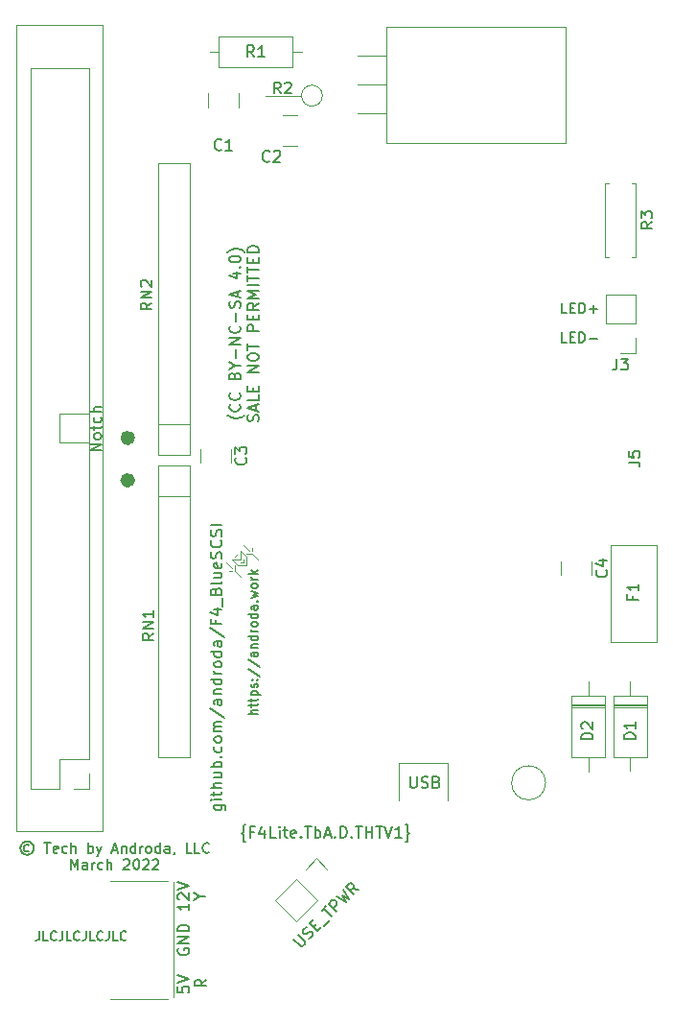
<source format=gbr>
%TF.GenerationSoftware,KiCad,Pcbnew,(6.0.2)*%
%TF.CreationDate,2022-04-05T14:05:12-06:00*%
%TF.ProjectId,F4Lite_THTV1,46344c69-7465-45f5-9448-5456312e6b69,rev?*%
%TF.SameCoordinates,Original*%
%TF.FileFunction,Legend,Top*%
%TF.FilePolarity,Positive*%
%FSLAX46Y46*%
G04 Gerber Fmt 4.6, Leading zero omitted, Abs format (unit mm)*
G04 Created by KiCad (PCBNEW (6.0.2)) date 2022-04-05 14:05:12*
%MOMM*%
%LPD*%
G01*
G04 APERTURE LIST*
%ADD10C,0.650000*%
%ADD11C,0.150000*%
%ADD12C,0.120000*%
G04 APERTURE END LIST*
D10*
X115237260Y-101749860D02*
G75*
G03*
X115237260Y-101749860I-317500J0D01*
G01*
X115237260Y-105496360D02*
G75*
G03*
X115237260Y-105496360I-317500J0D01*
G01*
D11*
X153692525Y-93353362D02*
X153263954Y-93353362D01*
X153263954Y-92453362D01*
X153992525Y-92881934D02*
X154292525Y-92881934D01*
X154421097Y-93353362D02*
X153992525Y-93353362D01*
X153992525Y-92453362D01*
X154421097Y-92453362D01*
X154806811Y-93353362D02*
X154806811Y-92453362D01*
X155021097Y-92453362D01*
X155149668Y-92496220D01*
X155235382Y-92581934D01*
X155278240Y-92667648D01*
X155321097Y-92839077D01*
X155321097Y-92967648D01*
X155278240Y-93139077D01*
X155235382Y-93224791D01*
X155149668Y-93310505D01*
X155021097Y-93353362D01*
X154806811Y-93353362D01*
X155706811Y-93010505D02*
X156392525Y-93010505D01*
X106205714Y-137686928D02*
X106119999Y-137644071D01*
X105948571Y-137644071D01*
X105862857Y-137686928D01*
X105777142Y-137772642D01*
X105734285Y-137858357D01*
X105734285Y-138029785D01*
X105777142Y-138115500D01*
X105862857Y-138201214D01*
X105948571Y-138244071D01*
X106119999Y-138244071D01*
X106205714Y-138201214D01*
X106034285Y-137344071D02*
X105819999Y-137386928D01*
X105605714Y-137515500D01*
X105477142Y-137729785D01*
X105434285Y-137944071D01*
X105477142Y-138158357D01*
X105605714Y-138372642D01*
X105819999Y-138501214D01*
X106034285Y-138544071D01*
X106248571Y-138501214D01*
X106462857Y-138372642D01*
X106591428Y-138158357D01*
X106634285Y-137944071D01*
X106591428Y-137729785D01*
X106462857Y-137515500D01*
X106248571Y-137386928D01*
X106034285Y-137344071D01*
X107577142Y-137472642D02*
X108091428Y-137472642D01*
X107834285Y-138372642D02*
X107834285Y-137472642D01*
X108734285Y-138329785D02*
X108648571Y-138372642D01*
X108477142Y-138372642D01*
X108391428Y-138329785D01*
X108348571Y-138244071D01*
X108348571Y-137901214D01*
X108391428Y-137815500D01*
X108477142Y-137772642D01*
X108648571Y-137772642D01*
X108734285Y-137815500D01*
X108777142Y-137901214D01*
X108777142Y-137986928D01*
X108348571Y-138072642D01*
X109548571Y-138329785D02*
X109462857Y-138372642D01*
X109291428Y-138372642D01*
X109205714Y-138329785D01*
X109162857Y-138286928D01*
X109119999Y-138201214D01*
X109119999Y-137944071D01*
X109162857Y-137858357D01*
X109205714Y-137815500D01*
X109291428Y-137772642D01*
X109462857Y-137772642D01*
X109548571Y-137815500D01*
X109934285Y-138372642D02*
X109934285Y-137472642D01*
X110319999Y-138372642D02*
X110319999Y-137901214D01*
X110277142Y-137815500D01*
X110191428Y-137772642D01*
X110062857Y-137772642D01*
X109977142Y-137815500D01*
X109934285Y-137858357D01*
X111434285Y-138372642D02*
X111434285Y-137472642D01*
X111434285Y-137815500D02*
X111519999Y-137772642D01*
X111691428Y-137772642D01*
X111777142Y-137815500D01*
X111819999Y-137858357D01*
X111862857Y-137944071D01*
X111862857Y-138201214D01*
X111819999Y-138286928D01*
X111777142Y-138329785D01*
X111691428Y-138372642D01*
X111519999Y-138372642D01*
X111434285Y-138329785D01*
X112162857Y-137772642D02*
X112377142Y-138372642D01*
X112591428Y-137772642D02*
X112377142Y-138372642D01*
X112291428Y-138586928D01*
X112248571Y-138629785D01*
X112162857Y-138672642D01*
X113577142Y-138115500D02*
X114005714Y-138115500D01*
X113491428Y-138372642D02*
X113791428Y-137472642D01*
X114091428Y-138372642D01*
X114391428Y-137772642D02*
X114391428Y-138372642D01*
X114391428Y-137858357D02*
X114434285Y-137815500D01*
X114519999Y-137772642D01*
X114648571Y-137772642D01*
X114734285Y-137815500D01*
X114777142Y-137901214D01*
X114777142Y-138372642D01*
X115591428Y-138372642D02*
X115591428Y-137472642D01*
X115591428Y-138329785D02*
X115505714Y-138372642D01*
X115334285Y-138372642D01*
X115248571Y-138329785D01*
X115205714Y-138286928D01*
X115162857Y-138201214D01*
X115162857Y-137944071D01*
X115205714Y-137858357D01*
X115248571Y-137815500D01*
X115334285Y-137772642D01*
X115505714Y-137772642D01*
X115591428Y-137815500D01*
X116019999Y-138372642D02*
X116019999Y-137772642D01*
X116019999Y-137944071D02*
X116062857Y-137858357D01*
X116105714Y-137815500D01*
X116191428Y-137772642D01*
X116277142Y-137772642D01*
X116705714Y-138372642D02*
X116619999Y-138329785D01*
X116577142Y-138286928D01*
X116534285Y-138201214D01*
X116534285Y-137944071D01*
X116577142Y-137858357D01*
X116619999Y-137815500D01*
X116705714Y-137772642D01*
X116834285Y-137772642D01*
X116919999Y-137815500D01*
X116962857Y-137858357D01*
X117005714Y-137944071D01*
X117005714Y-138201214D01*
X116962857Y-138286928D01*
X116919999Y-138329785D01*
X116834285Y-138372642D01*
X116705714Y-138372642D01*
X117777142Y-138372642D02*
X117777142Y-137472642D01*
X117777142Y-138329785D02*
X117691428Y-138372642D01*
X117519999Y-138372642D01*
X117434285Y-138329785D01*
X117391428Y-138286928D01*
X117348571Y-138201214D01*
X117348571Y-137944071D01*
X117391428Y-137858357D01*
X117434285Y-137815500D01*
X117519999Y-137772642D01*
X117691428Y-137772642D01*
X117777142Y-137815500D01*
X118591428Y-138372642D02*
X118591428Y-137901214D01*
X118548571Y-137815500D01*
X118462857Y-137772642D01*
X118291428Y-137772642D01*
X118205714Y-137815500D01*
X118591428Y-138329785D02*
X118505714Y-138372642D01*
X118291428Y-138372642D01*
X118205714Y-138329785D01*
X118162857Y-138244071D01*
X118162857Y-138158357D01*
X118205714Y-138072642D01*
X118291428Y-138029785D01*
X118505714Y-138029785D01*
X118591428Y-137986928D01*
X119062857Y-138329785D02*
X119062857Y-138372642D01*
X119019999Y-138458357D01*
X118977142Y-138501214D01*
X120562857Y-138372642D02*
X120134285Y-138372642D01*
X120134285Y-137472642D01*
X121291428Y-138372642D02*
X120862857Y-138372642D01*
X120862857Y-137472642D01*
X122105714Y-138286928D02*
X122062857Y-138329785D01*
X121934285Y-138372642D01*
X121848571Y-138372642D01*
X121720000Y-138329785D01*
X121634285Y-138244071D01*
X121591428Y-138158357D01*
X121548571Y-137986928D01*
X121548571Y-137858357D01*
X121591428Y-137686928D01*
X121634285Y-137601214D01*
X121720000Y-137515500D01*
X121848571Y-137472642D01*
X121934285Y-137472642D01*
X122062857Y-137515500D01*
X122105714Y-137558357D01*
X109934285Y-139821642D02*
X109934285Y-138921642D01*
X110234285Y-139564500D01*
X110534285Y-138921642D01*
X110534285Y-139821642D01*
X111348571Y-139821642D02*
X111348571Y-139350214D01*
X111305714Y-139264500D01*
X111220000Y-139221642D01*
X111048571Y-139221642D01*
X110962857Y-139264500D01*
X111348571Y-139778785D02*
X111262857Y-139821642D01*
X111048571Y-139821642D01*
X110962857Y-139778785D01*
X110920000Y-139693071D01*
X110920000Y-139607357D01*
X110962857Y-139521642D01*
X111048571Y-139478785D01*
X111262857Y-139478785D01*
X111348571Y-139435928D01*
X111777142Y-139821642D02*
X111777142Y-139221642D01*
X111777142Y-139393071D02*
X111820000Y-139307357D01*
X111862857Y-139264500D01*
X111948571Y-139221642D01*
X112034285Y-139221642D01*
X112720000Y-139778785D02*
X112634285Y-139821642D01*
X112462857Y-139821642D01*
X112377142Y-139778785D01*
X112334285Y-139735928D01*
X112291428Y-139650214D01*
X112291428Y-139393071D01*
X112334285Y-139307357D01*
X112377142Y-139264500D01*
X112462857Y-139221642D01*
X112634285Y-139221642D01*
X112720000Y-139264500D01*
X113105714Y-139821642D02*
X113105714Y-138921642D01*
X113491428Y-139821642D02*
X113491428Y-139350214D01*
X113448571Y-139264500D01*
X113362857Y-139221642D01*
X113234285Y-139221642D01*
X113148571Y-139264500D01*
X113105714Y-139307357D01*
X114562857Y-139007357D02*
X114605714Y-138964500D01*
X114691428Y-138921642D01*
X114905714Y-138921642D01*
X114991428Y-138964500D01*
X115034285Y-139007357D01*
X115077142Y-139093071D01*
X115077142Y-139178785D01*
X115034285Y-139307357D01*
X114520000Y-139821642D01*
X115077142Y-139821642D01*
X115634285Y-138921642D02*
X115720000Y-138921642D01*
X115805714Y-138964500D01*
X115848571Y-139007357D01*
X115891428Y-139093071D01*
X115934285Y-139264500D01*
X115934285Y-139478785D01*
X115891428Y-139650214D01*
X115848571Y-139735928D01*
X115805714Y-139778785D01*
X115720000Y-139821642D01*
X115634285Y-139821642D01*
X115548571Y-139778785D01*
X115505714Y-139735928D01*
X115462857Y-139650214D01*
X115420000Y-139478785D01*
X115420000Y-139264500D01*
X115462857Y-139093071D01*
X115505714Y-139007357D01*
X115548571Y-138964500D01*
X115634285Y-138921642D01*
X116277142Y-139007357D02*
X116320000Y-138964500D01*
X116405714Y-138921642D01*
X116620000Y-138921642D01*
X116705714Y-138964500D01*
X116748571Y-139007357D01*
X116791428Y-139093071D01*
X116791428Y-139178785D01*
X116748571Y-139307357D01*
X116234285Y-139821642D01*
X116791428Y-139821642D01*
X117134285Y-139007357D02*
X117177142Y-138964500D01*
X117262857Y-138921642D01*
X117477142Y-138921642D01*
X117562857Y-138964500D01*
X117605714Y-139007357D01*
X117648571Y-139093071D01*
X117648571Y-139178785D01*
X117605714Y-139307357D01*
X117091428Y-139821642D01*
X117648571Y-139821642D01*
X122565714Y-134142857D02*
X123375238Y-134142857D01*
X123470476Y-134190476D01*
X123518095Y-134238095D01*
X123565714Y-134333333D01*
X123565714Y-134476190D01*
X123518095Y-134571428D01*
X123184761Y-134142857D02*
X123232380Y-134238095D01*
X123232380Y-134428571D01*
X123184761Y-134523809D01*
X123137142Y-134571428D01*
X123041904Y-134619047D01*
X122756190Y-134619047D01*
X122660952Y-134571428D01*
X122613333Y-134523809D01*
X122565714Y-134428571D01*
X122565714Y-134238095D01*
X122613333Y-134142857D01*
X123232380Y-133666666D02*
X122565714Y-133666666D01*
X122232380Y-133666666D02*
X122280000Y-133714285D01*
X122327619Y-133666666D01*
X122280000Y-133619047D01*
X122232380Y-133666666D01*
X122327619Y-133666666D01*
X122565714Y-133333333D02*
X122565714Y-132952380D01*
X122232380Y-133190476D02*
X123089523Y-133190476D01*
X123184761Y-133142857D01*
X123232380Y-133047619D01*
X123232380Y-132952380D01*
X123232380Y-132619047D02*
X122232380Y-132619047D01*
X123232380Y-132190476D02*
X122708571Y-132190476D01*
X122613333Y-132238095D01*
X122565714Y-132333333D01*
X122565714Y-132476190D01*
X122613333Y-132571428D01*
X122660952Y-132619047D01*
X122565714Y-131285714D02*
X123232380Y-131285714D01*
X122565714Y-131714285D02*
X123089523Y-131714285D01*
X123184761Y-131666666D01*
X123232380Y-131571428D01*
X123232380Y-131428571D01*
X123184761Y-131333333D01*
X123137142Y-131285714D01*
X123232380Y-130809523D02*
X122232380Y-130809523D01*
X122613333Y-130809523D02*
X122565714Y-130714285D01*
X122565714Y-130523809D01*
X122613333Y-130428571D01*
X122660952Y-130380952D01*
X122756190Y-130333333D01*
X123041904Y-130333333D01*
X123137142Y-130380952D01*
X123184761Y-130428571D01*
X123232380Y-130523809D01*
X123232380Y-130714285D01*
X123184761Y-130809523D01*
X123137142Y-129904761D02*
X123184761Y-129857142D01*
X123232380Y-129904761D01*
X123184761Y-129952380D01*
X123137142Y-129904761D01*
X123232380Y-129904761D01*
X123184761Y-129000000D02*
X123232380Y-129095238D01*
X123232380Y-129285714D01*
X123184761Y-129380952D01*
X123137142Y-129428571D01*
X123041904Y-129476190D01*
X122756190Y-129476190D01*
X122660952Y-129428571D01*
X122613333Y-129380952D01*
X122565714Y-129285714D01*
X122565714Y-129095238D01*
X122613333Y-129000000D01*
X123232380Y-128428571D02*
X123184761Y-128523809D01*
X123137142Y-128571428D01*
X123041904Y-128619047D01*
X122756190Y-128619047D01*
X122660952Y-128571428D01*
X122613333Y-128523809D01*
X122565714Y-128428571D01*
X122565714Y-128285714D01*
X122613333Y-128190476D01*
X122660952Y-128142857D01*
X122756190Y-128095238D01*
X123041904Y-128095238D01*
X123137142Y-128142857D01*
X123184761Y-128190476D01*
X123232380Y-128285714D01*
X123232380Y-128428571D01*
X123232380Y-127666666D02*
X122565714Y-127666666D01*
X122660952Y-127666666D02*
X122613333Y-127619047D01*
X122565714Y-127523809D01*
X122565714Y-127380952D01*
X122613333Y-127285714D01*
X122708571Y-127238095D01*
X123232380Y-127238095D01*
X122708571Y-127238095D02*
X122613333Y-127190476D01*
X122565714Y-127095238D01*
X122565714Y-126952380D01*
X122613333Y-126857142D01*
X122708571Y-126809523D01*
X123232380Y-126809523D01*
X122184761Y-125619047D02*
X123470476Y-126476190D01*
X123232380Y-124857142D02*
X122708571Y-124857142D01*
X122613333Y-124904761D01*
X122565714Y-125000000D01*
X122565714Y-125190476D01*
X122613333Y-125285714D01*
X123184761Y-124857142D02*
X123232380Y-124952380D01*
X123232380Y-125190476D01*
X123184761Y-125285714D01*
X123089523Y-125333333D01*
X122994285Y-125333333D01*
X122899047Y-125285714D01*
X122851428Y-125190476D01*
X122851428Y-124952380D01*
X122803809Y-124857142D01*
X122565714Y-124380952D02*
X123232380Y-124380952D01*
X122660952Y-124380952D02*
X122613333Y-124333333D01*
X122565714Y-124238095D01*
X122565714Y-124095238D01*
X122613333Y-124000000D01*
X122708571Y-123952380D01*
X123232380Y-123952380D01*
X123232380Y-123047619D02*
X122232380Y-123047619D01*
X123184761Y-123047619D02*
X123232380Y-123142857D01*
X123232380Y-123333333D01*
X123184761Y-123428571D01*
X123137142Y-123476190D01*
X123041904Y-123523809D01*
X122756190Y-123523809D01*
X122660952Y-123476190D01*
X122613333Y-123428571D01*
X122565714Y-123333333D01*
X122565714Y-123142857D01*
X122613333Y-123047619D01*
X123232380Y-122571428D02*
X122565714Y-122571428D01*
X122756190Y-122571428D02*
X122660952Y-122523809D01*
X122613333Y-122476190D01*
X122565714Y-122380952D01*
X122565714Y-122285714D01*
X123232380Y-121809523D02*
X123184761Y-121904761D01*
X123137142Y-121952380D01*
X123041904Y-122000000D01*
X122756190Y-122000000D01*
X122660952Y-121952380D01*
X122613333Y-121904761D01*
X122565714Y-121809523D01*
X122565714Y-121666666D01*
X122613333Y-121571428D01*
X122660952Y-121523809D01*
X122756190Y-121476190D01*
X123041904Y-121476190D01*
X123137142Y-121523809D01*
X123184761Y-121571428D01*
X123232380Y-121666666D01*
X123232380Y-121809523D01*
X123232380Y-120619047D02*
X122232380Y-120619047D01*
X123184761Y-120619047D02*
X123232380Y-120714285D01*
X123232380Y-120904761D01*
X123184761Y-121000000D01*
X123137142Y-121047619D01*
X123041904Y-121095238D01*
X122756190Y-121095238D01*
X122660952Y-121047619D01*
X122613333Y-121000000D01*
X122565714Y-120904761D01*
X122565714Y-120714285D01*
X122613333Y-120619047D01*
X123232380Y-119714285D02*
X122708571Y-119714285D01*
X122613333Y-119761904D01*
X122565714Y-119857142D01*
X122565714Y-120047619D01*
X122613333Y-120142857D01*
X123184761Y-119714285D02*
X123232380Y-119809523D01*
X123232380Y-120047619D01*
X123184761Y-120142857D01*
X123089523Y-120190476D01*
X122994285Y-120190476D01*
X122899047Y-120142857D01*
X122851428Y-120047619D01*
X122851428Y-119809523D01*
X122803809Y-119714285D01*
X122184761Y-118523809D02*
X123470476Y-119380952D01*
X122708571Y-117857142D02*
X122708571Y-118190476D01*
X123232380Y-118190476D02*
X122232380Y-118190476D01*
X122232380Y-117714285D01*
X122565714Y-116904761D02*
X123232380Y-116904761D01*
X122184761Y-117142857D02*
X122899047Y-117380952D01*
X122899047Y-116761904D01*
X123327619Y-116619047D02*
X123327619Y-115857142D01*
X122708571Y-115285714D02*
X122756190Y-115142857D01*
X122803809Y-115095238D01*
X122899047Y-115047619D01*
X123041904Y-115047619D01*
X123137142Y-115095238D01*
X123184761Y-115142857D01*
X123232380Y-115238095D01*
X123232380Y-115619047D01*
X122232380Y-115619047D01*
X122232380Y-115285714D01*
X122280000Y-115190476D01*
X122327619Y-115142857D01*
X122422857Y-115095238D01*
X122518095Y-115095238D01*
X122613333Y-115142857D01*
X122660952Y-115190476D01*
X122708571Y-115285714D01*
X122708571Y-115619047D01*
X123232380Y-114476190D02*
X123184761Y-114571428D01*
X123089523Y-114619047D01*
X122232380Y-114619047D01*
X122565714Y-113666666D02*
X123232380Y-113666666D01*
X122565714Y-114095238D02*
X123089523Y-114095238D01*
X123184761Y-114047619D01*
X123232380Y-113952380D01*
X123232380Y-113809523D01*
X123184761Y-113714285D01*
X123137142Y-113666666D01*
X123184761Y-112809523D02*
X123232380Y-112904761D01*
X123232380Y-113095238D01*
X123184761Y-113190476D01*
X123089523Y-113238095D01*
X122708571Y-113238095D01*
X122613333Y-113190476D01*
X122565714Y-113095238D01*
X122565714Y-112904761D01*
X122613333Y-112809523D01*
X122708571Y-112761904D01*
X122803809Y-112761904D01*
X122899047Y-113238095D01*
X123184761Y-112380952D02*
X123232380Y-112238095D01*
X123232380Y-112000000D01*
X123184761Y-111904761D01*
X123137142Y-111857142D01*
X123041904Y-111809523D01*
X122946666Y-111809523D01*
X122851428Y-111857142D01*
X122803809Y-111904761D01*
X122756190Y-112000000D01*
X122708571Y-112190476D01*
X122660952Y-112285714D01*
X122613333Y-112333333D01*
X122518095Y-112380952D01*
X122422857Y-112380952D01*
X122327619Y-112333333D01*
X122280000Y-112285714D01*
X122232380Y-112190476D01*
X122232380Y-111952380D01*
X122280000Y-111809523D01*
X123137142Y-110809523D02*
X123184761Y-110857142D01*
X123232380Y-111000000D01*
X123232380Y-111095238D01*
X123184761Y-111238095D01*
X123089523Y-111333333D01*
X122994285Y-111380952D01*
X122803809Y-111428571D01*
X122660952Y-111428571D01*
X122470476Y-111380952D01*
X122375238Y-111333333D01*
X122280000Y-111238095D01*
X122232380Y-111095238D01*
X122232380Y-111000000D01*
X122280000Y-110857142D01*
X122327619Y-110809523D01*
X123184761Y-110428571D02*
X123232380Y-110285714D01*
X123232380Y-110047619D01*
X123184761Y-109952380D01*
X123137142Y-109904761D01*
X123041904Y-109857142D01*
X122946666Y-109857142D01*
X122851428Y-109904761D01*
X122803809Y-109952380D01*
X122756190Y-110047619D01*
X122708571Y-110238095D01*
X122660952Y-110333333D01*
X122613333Y-110380952D01*
X122518095Y-110428571D01*
X122422857Y-110428571D01*
X122327619Y-110380952D01*
X122280000Y-110333333D01*
X122232380Y-110238095D01*
X122232380Y-110000000D01*
X122280000Y-109857142D01*
X123232380Y-109428571D02*
X122232380Y-109428571D01*
X129564229Y-145981320D02*
X130136649Y-146553740D01*
X130237664Y-146587411D01*
X130305007Y-146587411D01*
X130406023Y-146553740D01*
X130540710Y-146419053D01*
X130574381Y-146318037D01*
X130574381Y-146250694D01*
X130540710Y-146149679D01*
X129968290Y-145577259D01*
X130944771Y-145947648D02*
X131079458Y-145880305D01*
X131247816Y-145711946D01*
X131281488Y-145610931D01*
X131281488Y-145543587D01*
X131247816Y-145442572D01*
X131180473Y-145375228D01*
X131079458Y-145341557D01*
X131012114Y-145341557D01*
X130911099Y-145375228D01*
X130742740Y-145476244D01*
X130641725Y-145509915D01*
X130574381Y-145509915D01*
X130473366Y-145476244D01*
X130406023Y-145408900D01*
X130372351Y-145307885D01*
X130372351Y-145240541D01*
X130406023Y-145139526D01*
X130574381Y-144971167D01*
X130709068Y-144903824D01*
X131315160Y-144903824D02*
X131550862Y-144668122D01*
X132022267Y-144937496D02*
X131685549Y-145274213D01*
X130978442Y-144567106D01*
X131315160Y-144230389D01*
X132224297Y-144870152D02*
X132763045Y-144331404D01*
X132055938Y-143489610D02*
X132460000Y-143085549D01*
X132965076Y-143994687D02*
X132257969Y-143287580D01*
X133402809Y-143556954D02*
X132695702Y-142849847D01*
X132965076Y-142580473D01*
X133066091Y-142546801D01*
X133133435Y-142546801D01*
X133234450Y-142580473D01*
X133335465Y-142681488D01*
X133369137Y-142782503D01*
X133369137Y-142849847D01*
X133335465Y-142950862D01*
X133066091Y-143220236D01*
X133335465Y-142210084D02*
X134210931Y-142748832D01*
X133840541Y-142109068D01*
X134480305Y-142479458D01*
X133941557Y-141603992D01*
X135322098Y-141637664D02*
X134749679Y-141536649D01*
X134918037Y-142041725D02*
X134210931Y-141334618D01*
X134480305Y-141065244D01*
X134581320Y-141031572D01*
X134648663Y-141031572D01*
X134749679Y-141065244D01*
X134850694Y-141166259D01*
X134884366Y-141267275D01*
X134884366Y-141334618D01*
X134850694Y-141435633D01*
X134581320Y-141705007D01*
X107112261Y-145294404D02*
X107112261Y-145865833D01*
X107074166Y-145980119D01*
X106997976Y-146056309D01*
X106883690Y-146094404D01*
X106807500Y-146094404D01*
X107874166Y-146094404D02*
X107493214Y-146094404D01*
X107493214Y-145294404D01*
X108597976Y-146018214D02*
X108559880Y-146056309D01*
X108445595Y-146094404D01*
X108369404Y-146094404D01*
X108255119Y-146056309D01*
X108178928Y-145980119D01*
X108140833Y-145903928D01*
X108102738Y-145751547D01*
X108102738Y-145637261D01*
X108140833Y-145484880D01*
X108178928Y-145408690D01*
X108255119Y-145332500D01*
X108369404Y-145294404D01*
X108445595Y-145294404D01*
X108559880Y-145332500D01*
X108597976Y-145370595D01*
X109169404Y-145294404D02*
X109169404Y-145865833D01*
X109131309Y-145980119D01*
X109055119Y-146056309D01*
X108940833Y-146094404D01*
X108864642Y-146094404D01*
X109931309Y-146094404D02*
X109550357Y-146094404D01*
X109550357Y-145294404D01*
X110655119Y-146018214D02*
X110617023Y-146056309D01*
X110502738Y-146094404D01*
X110426547Y-146094404D01*
X110312261Y-146056309D01*
X110236071Y-145980119D01*
X110197976Y-145903928D01*
X110159880Y-145751547D01*
X110159880Y-145637261D01*
X110197976Y-145484880D01*
X110236071Y-145408690D01*
X110312261Y-145332500D01*
X110426547Y-145294404D01*
X110502738Y-145294404D01*
X110617023Y-145332500D01*
X110655119Y-145370595D01*
X111226547Y-145294404D02*
X111226547Y-145865833D01*
X111188452Y-145980119D01*
X111112261Y-146056309D01*
X110997976Y-146094404D01*
X110921785Y-146094404D01*
X111988452Y-146094404D02*
X111607500Y-146094404D01*
X111607500Y-145294404D01*
X112712261Y-146018214D02*
X112674166Y-146056309D01*
X112559880Y-146094404D01*
X112483690Y-146094404D01*
X112369404Y-146056309D01*
X112293214Y-145980119D01*
X112255119Y-145903928D01*
X112217023Y-145751547D01*
X112217023Y-145637261D01*
X112255119Y-145484880D01*
X112293214Y-145408690D01*
X112369404Y-145332500D01*
X112483690Y-145294404D01*
X112559880Y-145294404D01*
X112674166Y-145332500D01*
X112712261Y-145370595D01*
X113283690Y-145294404D02*
X113283690Y-145865833D01*
X113245595Y-145980119D01*
X113169404Y-146056309D01*
X113055119Y-146094404D01*
X112978928Y-146094404D01*
X114045595Y-146094404D02*
X113664642Y-146094404D01*
X113664642Y-145294404D01*
X114769404Y-146018214D02*
X114731309Y-146056309D01*
X114617023Y-146094404D01*
X114540833Y-146094404D01*
X114426547Y-146056309D01*
X114350357Y-145980119D01*
X114312261Y-145903928D01*
X114274166Y-145751547D01*
X114274166Y-145637261D01*
X114312261Y-145484880D01*
X114350357Y-145408690D01*
X114426547Y-145332500D01*
X114540833Y-145294404D01*
X114617023Y-145294404D01*
X114731309Y-145332500D01*
X114769404Y-145370595D01*
X126376384Y-126106401D02*
X125576384Y-126106401D01*
X126376384Y-125763544D02*
X125957337Y-125763544D01*
X125881146Y-125801640D01*
X125843051Y-125877830D01*
X125843051Y-125992116D01*
X125881146Y-126068306D01*
X125919241Y-126106401D01*
X125843051Y-125496878D02*
X125843051Y-125192116D01*
X125576384Y-125382592D02*
X126262099Y-125382592D01*
X126338289Y-125344497D01*
X126376384Y-125268306D01*
X126376384Y-125192116D01*
X125843051Y-125039735D02*
X125843051Y-124734973D01*
X125576384Y-124925449D02*
X126262099Y-124925449D01*
X126338289Y-124887354D01*
X126376384Y-124811163D01*
X126376384Y-124734973D01*
X125843051Y-124468306D02*
X126643051Y-124468306D01*
X125881146Y-124468306D02*
X125843051Y-124392116D01*
X125843051Y-124239735D01*
X125881146Y-124163544D01*
X125919241Y-124125449D01*
X125995432Y-124087354D01*
X126224003Y-124087354D01*
X126300194Y-124125449D01*
X126338289Y-124163544D01*
X126376384Y-124239735D01*
X126376384Y-124392116D01*
X126338289Y-124468306D01*
X126338289Y-123782592D02*
X126376384Y-123706401D01*
X126376384Y-123554020D01*
X126338289Y-123477830D01*
X126262099Y-123439735D01*
X126224003Y-123439735D01*
X126147813Y-123477830D01*
X126109718Y-123554020D01*
X126109718Y-123668306D01*
X126071622Y-123744497D01*
X125995432Y-123782592D01*
X125957337Y-123782592D01*
X125881146Y-123744497D01*
X125843051Y-123668306D01*
X125843051Y-123554020D01*
X125881146Y-123477830D01*
X126300194Y-123096878D02*
X126338289Y-123058782D01*
X126376384Y-123096878D01*
X126338289Y-123134973D01*
X126300194Y-123096878D01*
X126376384Y-123096878D01*
X125881146Y-123096878D02*
X125919241Y-123058782D01*
X125957337Y-123096878D01*
X125919241Y-123134973D01*
X125881146Y-123096878D01*
X125957337Y-123096878D01*
X125538289Y-122144497D02*
X126566860Y-122830211D01*
X125538289Y-121306401D02*
X126566860Y-121992116D01*
X126376384Y-120696878D02*
X125957337Y-120696878D01*
X125881146Y-120734973D01*
X125843051Y-120811163D01*
X125843051Y-120963544D01*
X125881146Y-121039735D01*
X126338289Y-120696878D02*
X126376384Y-120773068D01*
X126376384Y-120963544D01*
X126338289Y-121039735D01*
X126262099Y-121077830D01*
X126185908Y-121077830D01*
X126109718Y-121039735D01*
X126071622Y-120963544D01*
X126071622Y-120773068D01*
X126033527Y-120696878D01*
X125843051Y-120315925D02*
X126376384Y-120315925D01*
X125919241Y-120315925D02*
X125881146Y-120277830D01*
X125843051Y-120201640D01*
X125843051Y-120087354D01*
X125881146Y-120011163D01*
X125957337Y-119973068D01*
X126376384Y-119973068D01*
X126376384Y-119249259D02*
X125576384Y-119249259D01*
X126338289Y-119249259D02*
X126376384Y-119325449D01*
X126376384Y-119477830D01*
X126338289Y-119554020D01*
X126300194Y-119592116D01*
X126224003Y-119630211D01*
X125995432Y-119630211D01*
X125919241Y-119592116D01*
X125881146Y-119554020D01*
X125843051Y-119477830D01*
X125843051Y-119325449D01*
X125881146Y-119249259D01*
X126376384Y-118868306D02*
X125843051Y-118868306D01*
X125995432Y-118868306D02*
X125919241Y-118830211D01*
X125881146Y-118792116D01*
X125843051Y-118715925D01*
X125843051Y-118639735D01*
X126376384Y-118258782D02*
X126338289Y-118334973D01*
X126300194Y-118373068D01*
X126224003Y-118411163D01*
X125995432Y-118411163D01*
X125919241Y-118373068D01*
X125881146Y-118334973D01*
X125843051Y-118258782D01*
X125843051Y-118144497D01*
X125881146Y-118068306D01*
X125919241Y-118030211D01*
X125995432Y-117992116D01*
X126224003Y-117992116D01*
X126300194Y-118030211D01*
X126338289Y-118068306D01*
X126376384Y-118144497D01*
X126376384Y-118258782D01*
X126376384Y-117306401D02*
X125576384Y-117306401D01*
X126338289Y-117306401D02*
X126376384Y-117382592D01*
X126376384Y-117534973D01*
X126338289Y-117611163D01*
X126300194Y-117649259D01*
X126224003Y-117687354D01*
X125995432Y-117687354D01*
X125919241Y-117649259D01*
X125881146Y-117611163D01*
X125843051Y-117534973D01*
X125843051Y-117382592D01*
X125881146Y-117306401D01*
X126376384Y-116582592D02*
X125957337Y-116582592D01*
X125881146Y-116620687D01*
X125843051Y-116696878D01*
X125843051Y-116849259D01*
X125881146Y-116925449D01*
X126338289Y-116582592D02*
X126376384Y-116658782D01*
X126376384Y-116849259D01*
X126338289Y-116925449D01*
X126262099Y-116963544D01*
X126185908Y-116963544D01*
X126109718Y-116925449D01*
X126071622Y-116849259D01*
X126071622Y-116658782D01*
X126033527Y-116582592D01*
X126300194Y-116201640D02*
X126338289Y-116163544D01*
X126376384Y-116201640D01*
X126338289Y-116239735D01*
X126300194Y-116201640D01*
X126376384Y-116201640D01*
X125843051Y-115896878D02*
X126376384Y-115744497D01*
X125995432Y-115592116D01*
X126376384Y-115439735D01*
X125843051Y-115287354D01*
X126376384Y-114868306D02*
X126338289Y-114944497D01*
X126300194Y-114982592D01*
X126224003Y-115020687D01*
X125995432Y-115020687D01*
X125919241Y-114982592D01*
X125881146Y-114944497D01*
X125843051Y-114868306D01*
X125843051Y-114754020D01*
X125881146Y-114677830D01*
X125919241Y-114639735D01*
X125995432Y-114601640D01*
X126224003Y-114601640D01*
X126300194Y-114639735D01*
X126338289Y-114677830D01*
X126376384Y-114754020D01*
X126376384Y-114868306D01*
X126376384Y-114258782D02*
X125843051Y-114258782D01*
X125995432Y-114258782D02*
X125919241Y-114220687D01*
X125881146Y-114182592D01*
X125843051Y-114106401D01*
X125843051Y-114030211D01*
X126376384Y-113763544D02*
X125576384Y-113763544D01*
X126071622Y-113687354D02*
X126376384Y-113458782D01*
X125843051Y-113458782D02*
X126147813Y-113763544D01*
X153692525Y-90749862D02*
X153263954Y-90749862D01*
X153263954Y-89849862D01*
X153992525Y-90278434D02*
X154292525Y-90278434D01*
X154421097Y-90749862D02*
X153992525Y-90749862D01*
X153992525Y-89849862D01*
X154421097Y-89849862D01*
X154806811Y-90749862D02*
X154806811Y-89849862D01*
X155021097Y-89849862D01*
X155149668Y-89892720D01*
X155235382Y-89978434D01*
X155278240Y-90064148D01*
X155321097Y-90235577D01*
X155321097Y-90364148D01*
X155278240Y-90535577D01*
X155235382Y-90621291D01*
X155149668Y-90707005D01*
X155021097Y-90749862D01*
X154806811Y-90749862D01*
X155706811Y-90407005D02*
X156392525Y-90407005D01*
X156049668Y-90749862D02*
X156049668Y-90064148D01*
X125328571Y-137413333D02*
X125280952Y-137413333D01*
X125185714Y-137365714D01*
X125138095Y-137270476D01*
X125138095Y-136794285D01*
X125090476Y-136699047D01*
X124995238Y-136651428D01*
X125090476Y-136603809D01*
X125138095Y-136508571D01*
X125138095Y-136032380D01*
X125185714Y-135937142D01*
X125280952Y-135889523D01*
X125328571Y-135889523D01*
X126042857Y-136508571D02*
X125709523Y-136508571D01*
X125709523Y-137032380D02*
X125709523Y-136032380D01*
X126185714Y-136032380D01*
X126995238Y-136365714D02*
X126995238Y-137032380D01*
X126757142Y-135984761D02*
X126519047Y-136699047D01*
X127138095Y-136699047D01*
X127995238Y-137032380D02*
X127519047Y-137032380D01*
X127519047Y-136032380D01*
X128328571Y-137032380D02*
X128328571Y-136365714D01*
X128328571Y-136032380D02*
X128280952Y-136080000D01*
X128328571Y-136127619D01*
X128376190Y-136080000D01*
X128328571Y-136032380D01*
X128328571Y-136127619D01*
X128661904Y-136365714D02*
X129042857Y-136365714D01*
X128804761Y-136032380D02*
X128804761Y-136889523D01*
X128852380Y-136984761D01*
X128947619Y-137032380D01*
X129042857Y-137032380D01*
X129757142Y-136984761D02*
X129661904Y-137032380D01*
X129471428Y-137032380D01*
X129376190Y-136984761D01*
X129328571Y-136889523D01*
X129328571Y-136508571D01*
X129376190Y-136413333D01*
X129471428Y-136365714D01*
X129661904Y-136365714D01*
X129757142Y-136413333D01*
X129804761Y-136508571D01*
X129804761Y-136603809D01*
X129328571Y-136699047D01*
X130233333Y-136937142D02*
X130280952Y-136984761D01*
X130233333Y-137032380D01*
X130185714Y-136984761D01*
X130233333Y-136937142D01*
X130233333Y-137032380D01*
X130566666Y-136032380D02*
X131138095Y-136032380D01*
X130852380Y-137032380D02*
X130852380Y-136032380D01*
X131471428Y-137032380D02*
X131471428Y-136032380D01*
X131471428Y-136413333D02*
X131566666Y-136365714D01*
X131757142Y-136365714D01*
X131852380Y-136413333D01*
X131900000Y-136460952D01*
X131947619Y-136556190D01*
X131947619Y-136841904D01*
X131900000Y-136937142D01*
X131852380Y-136984761D01*
X131757142Y-137032380D01*
X131566666Y-137032380D01*
X131471428Y-136984761D01*
X132328571Y-136746666D02*
X132804761Y-136746666D01*
X132233333Y-137032380D02*
X132566666Y-136032380D01*
X132900000Y-137032380D01*
X133233333Y-136937142D02*
X133280952Y-136984761D01*
X133233333Y-137032380D01*
X133185714Y-136984761D01*
X133233333Y-136937142D01*
X133233333Y-137032380D01*
X133709523Y-137032380D02*
X133709523Y-136032380D01*
X133947619Y-136032380D01*
X134090476Y-136080000D01*
X134185714Y-136175238D01*
X134233333Y-136270476D01*
X134280952Y-136460952D01*
X134280952Y-136603809D01*
X134233333Y-136794285D01*
X134185714Y-136889523D01*
X134090476Y-136984761D01*
X133947619Y-137032380D01*
X133709523Y-137032380D01*
X134709523Y-136937142D02*
X134757142Y-136984761D01*
X134709523Y-137032380D01*
X134661904Y-136984761D01*
X134709523Y-136937142D01*
X134709523Y-137032380D01*
X135042857Y-136032380D02*
X135614285Y-136032380D01*
X135328571Y-137032380D02*
X135328571Y-136032380D01*
X135947619Y-137032380D02*
X135947619Y-136032380D01*
X135947619Y-136508571D02*
X136519047Y-136508571D01*
X136519047Y-137032380D02*
X136519047Y-136032380D01*
X136852380Y-136032380D02*
X137423809Y-136032380D01*
X137138095Y-137032380D02*
X137138095Y-136032380D01*
X137614285Y-136032380D02*
X137947619Y-137032380D01*
X138280952Y-136032380D01*
X139138095Y-137032380D02*
X138566666Y-137032380D01*
X138852380Y-137032380D02*
X138852380Y-136032380D01*
X138757142Y-136175238D01*
X138661904Y-136270476D01*
X138566666Y-136318095D01*
X139471428Y-137413333D02*
X139519047Y-137413333D01*
X139614285Y-137365714D01*
X139661904Y-137270476D01*
X139661904Y-136794285D01*
X139709523Y-136699047D01*
X139804761Y-136651428D01*
X139709523Y-136603809D01*
X139661904Y-136508571D01*
X139661904Y-136032380D01*
X139614285Y-135937142D01*
X139519047Y-135889523D01*
X139471428Y-135889523D01*
X125268333Y-99750476D02*
X125220714Y-99798095D01*
X125077857Y-99893333D01*
X124982619Y-99940952D01*
X124839761Y-99988571D01*
X124601666Y-100036190D01*
X124411190Y-100036190D01*
X124173095Y-99988571D01*
X124030238Y-99940952D01*
X123935000Y-99893333D01*
X123792142Y-99798095D01*
X123744523Y-99750476D01*
X124792142Y-98798095D02*
X124839761Y-98845714D01*
X124887380Y-98988571D01*
X124887380Y-99083809D01*
X124839761Y-99226666D01*
X124744523Y-99321904D01*
X124649285Y-99369523D01*
X124458809Y-99417142D01*
X124315952Y-99417142D01*
X124125476Y-99369523D01*
X124030238Y-99321904D01*
X123935000Y-99226666D01*
X123887380Y-99083809D01*
X123887380Y-98988571D01*
X123935000Y-98845714D01*
X123982619Y-98798095D01*
X124792142Y-97798095D02*
X124839761Y-97845714D01*
X124887380Y-97988571D01*
X124887380Y-98083809D01*
X124839761Y-98226666D01*
X124744523Y-98321904D01*
X124649285Y-98369523D01*
X124458809Y-98417142D01*
X124315952Y-98417142D01*
X124125476Y-98369523D01*
X124030238Y-98321904D01*
X123935000Y-98226666D01*
X123887380Y-98083809D01*
X123887380Y-97988571D01*
X123935000Y-97845714D01*
X123982619Y-97798095D01*
X124363571Y-96274285D02*
X124411190Y-96131428D01*
X124458809Y-96083809D01*
X124554047Y-96036190D01*
X124696904Y-96036190D01*
X124792142Y-96083809D01*
X124839761Y-96131428D01*
X124887380Y-96226666D01*
X124887380Y-96607619D01*
X123887380Y-96607619D01*
X123887380Y-96274285D01*
X123935000Y-96179047D01*
X123982619Y-96131428D01*
X124077857Y-96083809D01*
X124173095Y-96083809D01*
X124268333Y-96131428D01*
X124315952Y-96179047D01*
X124363571Y-96274285D01*
X124363571Y-96607619D01*
X124411190Y-95417142D02*
X124887380Y-95417142D01*
X123887380Y-95750476D02*
X124411190Y-95417142D01*
X123887380Y-95083809D01*
X124506428Y-94750476D02*
X124506428Y-93988571D01*
X124887380Y-93512380D02*
X123887380Y-93512380D01*
X124887380Y-92940952D01*
X123887380Y-92940952D01*
X124792142Y-91893333D02*
X124839761Y-91940952D01*
X124887380Y-92083809D01*
X124887380Y-92179047D01*
X124839761Y-92321904D01*
X124744523Y-92417142D01*
X124649285Y-92464761D01*
X124458809Y-92512380D01*
X124315952Y-92512380D01*
X124125476Y-92464761D01*
X124030238Y-92417142D01*
X123935000Y-92321904D01*
X123887380Y-92179047D01*
X123887380Y-92083809D01*
X123935000Y-91940952D01*
X123982619Y-91893333D01*
X124506428Y-91464761D02*
X124506428Y-90702857D01*
X124839761Y-90274285D02*
X124887380Y-90131428D01*
X124887380Y-89893333D01*
X124839761Y-89798095D01*
X124792142Y-89750476D01*
X124696904Y-89702857D01*
X124601666Y-89702857D01*
X124506428Y-89750476D01*
X124458809Y-89798095D01*
X124411190Y-89893333D01*
X124363571Y-90083809D01*
X124315952Y-90179047D01*
X124268333Y-90226666D01*
X124173095Y-90274285D01*
X124077857Y-90274285D01*
X123982619Y-90226666D01*
X123935000Y-90179047D01*
X123887380Y-90083809D01*
X123887380Y-89845714D01*
X123935000Y-89702857D01*
X124601666Y-89321904D02*
X124601666Y-88845714D01*
X124887380Y-89417142D02*
X123887380Y-89083809D01*
X124887380Y-88750476D01*
X124220714Y-87226666D02*
X124887380Y-87226666D01*
X123839761Y-87464761D02*
X124554047Y-87702857D01*
X124554047Y-87083809D01*
X124792142Y-86702857D02*
X124839761Y-86655238D01*
X124887380Y-86702857D01*
X124839761Y-86750476D01*
X124792142Y-86702857D01*
X124887380Y-86702857D01*
X123887380Y-86036190D02*
X123887380Y-85940952D01*
X123935000Y-85845714D01*
X123982619Y-85798095D01*
X124077857Y-85750476D01*
X124268333Y-85702857D01*
X124506428Y-85702857D01*
X124696904Y-85750476D01*
X124792142Y-85798095D01*
X124839761Y-85845714D01*
X124887380Y-85940952D01*
X124887380Y-86036190D01*
X124839761Y-86131428D01*
X124792142Y-86179047D01*
X124696904Y-86226666D01*
X124506428Y-86274285D01*
X124268333Y-86274285D01*
X124077857Y-86226666D01*
X123982619Y-86179047D01*
X123935000Y-86131428D01*
X123887380Y-86036190D01*
X125268333Y-85369523D02*
X125220714Y-85321904D01*
X125077857Y-85226666D01*
X124982619Y-85179047D01*
X124839761Y-85131428D01*
X124601666Y-85083809D01*
X124411190Y-85083809D01*
X124173095Y-85131428D01*
X124030238Y-85179047D01*
X123935000Y-85226666D01*
X123792142Y-85321904D01*
X123744523Y-85369523D01*
X126449761Y-100298095D02*
X126497380Y-100155238D01*
X126497380Y-99917142D01*
X126449761Y-99821904D01*
X126402142Y-99774285D01*
X126306904Y-99726666D01*
X126211666Y-99726666D01*
X126116428Y-99774285D01*
X126068809Y-99821904D01*
X126021190Y-99917142D01*
X125973571Y-100107619D01*
X125925952Y-100202857D01*
X125878333Y-100250476D01*
X125783095Y-100298095D01*
X125687857Y-100298095D01*
X125592619Y-100250476D01*
X125545000Y-100202857D01*
X125497380Y-100107619D01*
X125497380Y-99869523D01*
X125545000Y-99726666D01*
X126211666Y-99345714D02*
X126211666Y-98869523D01*
X126497380Y-99440952D02*
X125497380Y-99107619D01*
X126497380Y-98774285D01*
X126497380Y-97964761D02*
X126497380Y-98440952D01*
X125497380Y-98440952D01*
X125973571Y-97631428D02*
X125973571Y-97298095D01*
X126497380Y-97155238D02*
X126497380Y-97631428D01*
X125497380Y-97631428D01*
X125497380Y-97155238D01*
X126497380Y-95964761D02*
X125497380Y-95964761D01*
X126497380Y-95393333D01*
X125497380Y-95393333D01*
X125497380Y-94726666D02*
X125497380Y-94536190D01*
X125545000Y-94440952D01*
X125640238Y-94345714D01*
X125830714Y-94298095D01*
X126164047Y-94298095D01*
X126354523Y-94345714D01*
X126449761Y-94440952D01*
X126497380Y-94536190D01*
X126497380Y-94726666D01*
X126449761Y-94821904D01*
X126354523Y-94917142D01*
X126164047Y-94964761D01*
X125830714Y-94964761D01*
X125640238Y-94917142D01*
X125545000Y-94821904D01*
X125497380Y-94726666D01*
X125497380Y-94012380D02*
X125497380Y-93440952D01*
X126497380Y-93726666D02*
X125497380Y-93726666D01*
X126497380Y-92345714D02*
X125497380Y-92345714D01*
X125497380Y-91964761D01*
X125545000Y-91869523D01*
X125592619Y-91821904D01*
X125687857Y-91774285D01*
X125830714Y-91774285D01*
X125925952Y-91821904D01*
X125973571Y-91869523D01*
X126021190Y-91964761D01*
X126021190Y-92345714D01*
X125973571Y-91345714D02*
X125973571Y-91012380D01*
X126497380Y-90869523D02*
X126497380Y-91345714D01*
X125497380Y-91345714D01*
X125497380Y-90869523D01*
X126497380Y-89869523D02*
X126021190Y-90202857D01*
X126497380Y-90440952D02*
X125497380Y-90440952D01*
X125497380Y-90060000D01*
X125545000Y-89964761D01*
X125592619Y-89917142D01*
X125687857Y-89869523D01*
X125830714Y-89869523D01*
X125925952Y-89917142D01*
X125973571Y-89964761D01*
X126021190Y-90060000D01*
X126021190Y-90440952D01*
X126497380Y-89440952D02*
X125497380Y-89440952D01*
X126211666Y-89107619D01*
X125497380Y-88774285D01*
X126497380Y-88774285D01*
X126497380Y-88298095D02*
X125497380Y-88298095D01*
X125497380Y-87964761D02*
X125497380Y-87393333D01*
X126497380Y-87679047D02*
X125497380Y-87679047D01*
X125497380Y-87202857D02*
X125497380Y-86631428D01*
X126497380Y-86917142D02*
X125497380Y-86917142D01*
X125973571Y-86298095D02*
X125973571Y-85964761D01*
X126497380Y-85821904D02*
X126497380Y-86298095D01*
X125497380Y-86298095D01*
X125497380Y-85821904D01*
X126497380Y-85393333D02*
X125497380Y-85393333D01*
X125497380Y-85155238D01*
X125545000Y-85012380D01*
X125640238Y-84917142D01*
X125735476Y-84869523D01*
X125925952Y-84821904D01*
X126068809Y-84821904D01*
X126259285Y-84869523D01*
X126354523Y-84917142D01*
X126449761Y-85012380D01*
X126497380Y-85155238D01*
X126497380Y-85393333D01*
%TO.C,J4*%
X112593380Y-102869761D02*
X111593380Y-102869761D01*
X112593380Y-102298333D01*
X111593380Y-102298333D01*
X112593380Y-101679285D02*
X112545761Y-101774523D01*
X112498142Y-101822142D01*
X112402904Y-101869761D01*
X112117190Y-101869761D01*
X112021952Y-101822142D01*
X111974333Y-101774523D01*
X111926714Y-101679285D01*
X111926714Y-101536428D01*
X111974333Y-101441190D01*
X112021952Y-101393571D01*
X112117190Y-101345952D01*
X112402904Y-101345952D01*
X112498142Y-101393571D01*
X112545761Y-101441190D01*
X112593380Y-101536428D01*
X112593380Y-101679285D01*
X111926714Y-101060238D02*
X111926714Y-100679285D01*
X111593380Y-100917380D02*
X112450523Y-100917380D01*
X112545761Y-100869761D01*
X112593380Y-100774523D01*
X112593380Y-100679285D01*
X112545761Y-99917380D02*
X112593380Y-100012619D01*
X112593380Y-100203095D01*
X112545761Y-100298333D01*
X112498142Y-100345952D01*
X112402904Y-100393571D01*
X112117190Y-100393571D01*
X112021952Y-100345952D01*
X111974333Y-100298333D01*
X111926714Y-100203095D01*
X111926714Y-100012619D01*
X111974333Y-99917380D01*
X112593380Y-99488809D02*
X111593380Y-99488809D01*
X112593380Y-99060238D02*
X112069571Y-99060238D01*
X111974333Y-99107857D01*
X111926714Y-99203095D01*
X111926714Y-99345952D01*
X111974333Y-99441190D01*
X112021952Y-99488809D01*
%TO.C,J2*%
X121864380Y-149550476D02*
X121388190Y-149883809D01*
X121864380Y-150121904D02*
X120864380Y-150121904D01*
X120864380Y-149740952D01*
X120912000Y-149645714D01*
X120959619Y-149598095D01*
X121054857Y-149550476D01*
X121197714Y-149550476D01*
X121292952Y-149598095D01*
X121340571Y-149645714D01*
X121388190Y-149740952D01*
X121388190Y-150121904D01*
X120340380Y-142859047D02*
X120340380Y-143430476D01*
X120340380Y-143144761D02*
X119340380Y-143144761D01*
X119483238Y-143240000D01*
X119578476Y-143335238D01*
X119626095Y-143430476D01*
X119435619Y-142478095D02*
X119388000Y-142430476D01*
X119340380Y-142335238D01*
X119340380Y-142097142D01*
X119388000Y-142001904D01*
X119435619Y-141954285D01*
X119530857Y-141906666D01*
X119626095Y-141906666D01*
X119768952Y-141954285D01*
X120340380Y-142525714D01*
X120340380Y-141906666D01*
X119340380Y-141620952D02*
X120340380Y-141287619D01*
X119340380Y-140954285D01*
X121261190Y-142240000D02*
X121737380Y-142240000D01*
X120737380Y-142573333D02*
X121261190Y-142240000D01*
X120737380Y-141906666D01*
X119340380Y-150177476D02*
X119340380Y-150653666D01*
X119816571Y-150701285D01*
X119768952Y-150653666D01*
X119721333Y-150558428D01*
X119721333Y-150320333D01*
X119768952Y-150225095D01*
X119816571Y-150177476D01*
X119911809Y-150129857D01*
X120149904Y-150129857D01*
X120245142Y-150177476D01*
X120292761Y-150225095D01*
X120340380Y-150320333D01*
X120340380Y-150558428D01*
X120292761Y-150653666D01*
X120245142Y-150701285D01*
X119340380Y-149844142D02*
X120340380Y-149510809D01*
X119340380Y-149177476D01*
X119388000Y-146811904D02*
X119340380Y-146907142D01*
X119340380Y-147050000D01*
X119388000Y-147192857D01*
X119483238Y-147288095D01*
X119578476Y-147335714D01*
X119768952Y-147383333D01*
X119911809Y-147383333D01*
X120102285Y-147335714D01*
X120197523Y-147288095D01*
X120292761Y-147192857D01*
X120340380Y-147050000D01*
X120340380Y-146954761D01*
X120292761Y-146811904D01*
X120245142Y-146764285D01*
X119911809Y-146764285D01*
X119911809Y-146954761D01*
X120340380Y-146335714D02*
X119340380Y-146335714D01*
X120340380Y-145764285D01*
X119340380Y-145764285D01*
X120340380Y-145288095D02*
X119340380Y-145288095D01*
X119340380Y-145050000D01*
X119388000Y-144907142D01*
X119483238Y-144811904D01*
X119578476Y-144764285D01*
X119768952Y-144716666D01*
X119911809Y-144716666D01*
X120102285Y-144764285D01*
X120197523Y-144811904D01*
X120292761Y-144907142D01*
X120340380Y-145050000D01*
X120340380Y-145288095D01*
%TO.C,C2*%
X127445473Y-77313142D02*
X127397854Y-77360761D01*
X127254997Y-77408380D01*
X127159759Y-77408380D01*
X127016901Y-77360761D01*
X126921663Y-77265523D01*
X126874044Y-77170285D01*
X126826425Y-76979809D01*
X126826425Y-76836952D01*
X126874044Y-76646476D01*
X126921663Y-76551238D01*
X127016901Y-76456000D01*
X127159759Y-76408380D01*
X127254997Y-76408380D01*
X127397854Y-76456000D01*
X127445473Y-76503619D01*
X127826425Y-76503619D02*
X127874044Y-76456000D01*
X127969282Y-76408380D01*
X128207378Y-76408380D01*
X128302616Y-76456000D01*
X128350235Y-76503619D01*
X128397854Y-76598857D01*
X128397854Y-76694095D01*
X128350235Y-76836952D01*
X127778806Y-77408380D01*
X128397854Y-77408380D01*
%TO.C,C3*%
X125319142Y-103508166D02*
X125366761Y-103555785D01*
X125414380Y-103698642D01*
X125414380Y-103793880D01*
X125366761Y-103936738D01*
X125271523Y-104031976D01*
X125176285Y-104079595D01*
X124985809Y-104127214D01*
X124842952Y-104127214D01*
X124652476Y-104079595D01*
X124557238Y-104031976D01*
X124462000Y-103936738D01*
X124414380Y-103793880D01*
X124414380Y-103698642D01*
X124462000Y-103555785D01*
X124509619Y-103508166D01*
X124414380Y-103174833D02*
X124414380Y-102555785D01*
X124795333Y-102889119D01*
X124795333Y-102746261D01*
X124842952Y-102651023D01*
X124890571Y-102603404D01*
X124985809Y-102555785D01*
X125223904Y-102555785D01*
X125319142Y-102603404D01*
X125366761Y-102651023D01*
X125414380Y-102746261D01*
X125414380Y-103031976D01*
X125366761Y-103127214D01*
X125319142Y-103174833D01*
%TO.C,J5*%
X159148100Y-103908853D02*
X159862386Y-103908853D01*
X160005243Y-103956472D01*
X160100481Y-104051710D01*
X160148100Y-104194567D01*
X160148100Y-104289805D01*
X159148100Y-102956472D02*
X159148100Y-103432662D01*
X159624291Y-103480281D01*
X159576672Y-103432662D01*
X159529053Y-103337424D01*
X159529053Y-103099329D01*
X159576672Y-103004091D01*
X159624291Y-102956472D01*
X159719529Y-102908853D01*
X159957624Y-102908853D01*
X160052862Y-102956472D01*
X160100481Y-103004091D01*
X160148100Y-103099329D01*
X160148100Y-103337424D01*
X160100481Y-103432662D01*
X160052862Y-103480281D01*
%TO.C,F1*%
X159503001Y-115716883D02*
X159503001Y-116050216D01*
X160026810Y-116050216D02*
X159026810Y-116050216D01*
X159026810Y-115574026D01*
X160026810Y-114669264D02*
X160026810Y-115240692D01*
X160026810Y-114954978D02*
X159026810Y-114954978D01*
X159169668Y-115050216D01*
X159264906Y-115145454D01*
X159312525Y-115240692D01*
%TO.C,C1*%
X123201133Y-76303142D02*
X123153514Y-76350761D01*
X123010657Y-76398380D01*
X122915419Y-76398380D01*
X122772561Y-76350761D01*
X122677323Y-76255523D01*
X122629704Y-76160285D01*
X122582085Y-75969809D01*
X122582085Y-75826952D01*
X122629704Y-75636476D01*
X122677323Y-75541238D01*
X122772561Y-75446000D01*
X122915419Y-75398380D01*
X123010657Y-75398380D01*
X123153514Y-75446000D01*
X123201133Y-75493619D01*
X124153514Y-76398380D02*
X123582085Y-76398380D01*
X123867800Y-76398380D02*
X123867800Y-75398380D01*
X123772561Y-75541238D01*
X123677323Y-75636476D01*
X123582085Y-75684095D01*
%TO.C,R1*%
X126071333Y-68143380D02*
X125738000Y-67667190D01*
X125499904Y-68143380D02*
X125499904Y-67143380D01*
X125880857Y-67143380D01*
X125976095Y-67191000D01*
X126023714Y-67238619D01*
X126071333Y-67333857D01*
X126071333Y-67476714D01*
X126023714Y-67571952D01*
X125976095Y-67619571D01*
X125880857Y-67667190D01*
X125499904Y-67667190D01*
X127023714Y-68143380D02*
X126452285Y-68143380D01*
X126738000Y-68143380D02*
X126738000Y-67143380D01*
X126642761Y-67286238D01*
X126547523Y-67381476D01*
X126452285Y-67429095D01*
%TO.C,R2*%
X128420833Y-71381880D02*
X128087500Y-70905690D01*
X127849404Y-71381880D02*
X127849404Y-70381880D01*
X128230357Y-70381880D01*
X128325595Y-70429500D01*
X128373214Y-70477119D01*
X128420833Y-70572357D01*
X128420833Y-70715214D01*
X128373214Y-70810452D01*
X128325595Y-70858071D01*
X128230357Y-70905690D01*
X127849404Y-70905690D01*
X128801785Y-70477119D02*
X128849404Y-70429500D01*
X128944642Y-70381880D01*
X129182738Y-70381880D01*
X129277976Y-70429500D01*
X129325595Y-70477119D01*
X129373214Y-70572357D01*
X129373214Y-70667595D01*
X129325595Y-70810452D01*
X128754166Y-71381880D01*
X129373214Y-71381880D01*
%TO.C,RN1*%
X117228880Y-118990976D02*
X116752690Y-119324309D01*
X117228880Y-119562404D02*
X116228880Y-119562404D01*
X116228880Y-119181452D01*
X116276500Y-119086214D01*
X116324119Y-119038595D01*
X116419357Y-118990976D01*
X116562214Y-118990976D01*
X116657452Y-119038595D01*
X116705071Y-119086214D01*
X116752690Y-119181452D01*
X116752690Y-119562404D01*
X117228880Y-118562404D02*
X116228880Y-118562404D01*
X117228880Y-117990976D01*
X116228880Y-117990976D01*
X117228880Y-116990976D02*
X117228880Y-117562404D01*
X117228880Y-117276690D02*
X116228880Y-117276690D01*
X116371738Y-117371928D01*
X116466976Y-117467166D01*
X116514595Y-117562404D01*
%TO.C,RN2*%
X117051380Y-89844476D02*
X116575190Y-90177809D01*
X117051380Y-90415904D02*
X116051380Y-90415904D01*
X116051380Y-90034952D01*
X116099000Y-89939714D01*
X116146619Y-89892095D01*
X116241857Y-89844476D01*
X116384714Y-89844476D01*
X116479952Y-89892095D01*
X116527571Y-89939714D01*
X116575190Y-90034952D01*
X116575190Y-90415904D01*
X117051380Y-89415904D02*
X116051380Y-89415904D01*
X117051380Y-88844476D01*
X116051380Y-88844476D01*
X116146619Y-88415904D02*
X116099000Y-88368285D01*
X116051380Y-88273047D01*
X116051380Y-88034952D01*
X116099000Y-87939714D01*
X116146619Y-87892095D01*
X116241857Y-87844476D01*
X116337095Y-87844476D01*
X116479952Y-87892095D01*
X117051380Y-88463523D01*
X117051380Y-87844476D01*
%TO.C,D1*%
X159742380Y-128338095D02*
X158742380Y-128338095D01*
X158742380Y-128100000D01*
X158790000Y-127957142D01*
X158885238Y-127861904D01*
X158980476Y-127814285D01*
X159170952Y-127766666D01*
X159313809Y-127766666D01*
X159504285Y-127814285D01*
X159599523Y-127861904D01*
X159694761Y-127957142D01*
X159742380Y-128100000D01*
X159742380Y-128338095D01*
X159742380Y-126814285D02*
X159742380Y-127385714D01*
X159742380Y-127100000D02*
X158742380Y-127100000D01*
X158885238Y-127195238D01*
X158980476Y-127290476D01*
X159028095Y-127385714D01*
%TO.C,D2*%
X155992380Y-128358095D02*
X154992380Y-128358095D01*
X154992380Y-128120000D01*
X155040000Y-127977142D01*
X155135238Y-127881904D01*
X155230476Y-127834285D01*
X155420952Y-127786666D01*
X155563809Y-127786666D01*
X155754285Y-127834285D01*
X155849523Y-127881904D01*
X155944761Y-127977142D01*
X155992380Y-128120000D01*
X155992380Y-128358095D01*
X155087619Y-127405714D02*
X155040000Y-127358095D01*
X154992380Y-127262857D01*
X154992380Y-127024761D01*
X155040000Y-126929523D01*
X155087619Y-126881904D01*
X155182857Y-126834285D01*
X155278095Y-126834285D01*
X155420952Y-126881904D01*
X155992380Y-127453333D01*
X155992380Y-126834285D01*
%TO.C,C4*%
X157170742Y-113429406D02*
X157218361Y-113477025D01*
X157265980Y-113619882D01*
X157265980Y-113715120D01*
X157218361Y-113857978D01*
X157123123Y-113953216D01*
X157027885Y-114000835D01*
X156837409Y-114048454D01*
X156694552Y-114048454D01*
X156504076Y-114000835D01*
X156408838Y-113953216D01*
X156313600Y-113857978D01*
X156265980Y-113715120D01*
X156265980Y-113619882D01*
X156313600Y-113477025D01*
X156361219Y-113429406D01*
X156599314Y-112572263D02*
X157265980Y-112572263D01*
X156218361Y-112810359D02*
X156932647Y-113048454D01*
X156932647Y-112429406D01*
%TO.C,J3*%
X158119486Y-94754000D02*
X158119486Y-95468286D01*
X158071867Y-95611143D01*
X157976629Y-95706381D01*
X157833772Y-95754000D01*
X157738534Y-95754000D01*
X158500439Y-94754000D02*
X159119486Y-94754000D01*
X158786153Y-95134953D01*
X158929010Y-95134953D01*
X159024248Y-95182572D01*
X159071867Y-95230191D01*
X159119486Y-95325429D01*
X159119486Y-95563524D01*
X159071867Y-95658762D01*
X159024248Y-95706381D01*
X158929010Y-95754000D01*
X158643296Y-95754000D01*
X158548058Y-95706381D01*
X158500439Y-95658762D01*
%TO.C,R3*%
X161254880Y-82711586D02*
X160778690Y-83044920D01*
X161254880Y-83283015D02*
X160254880Y-83283015D01*
X160254880Y-82902062D01*
X160302500Y-82806824D01*
X160350119Y-82759205D01*
X160445357Y-82711586D01*
X160588214Y-82711586D01*
X160683452Y-82759205D01*
X160731071Y-82806824D01*
X160778690Y-82902062D01*
X160778690Y-83283015D01*
X160254880Y-82378253D02*
X160254880Y-81759205D01*
X160635833Y-82092539D01*
X160635833Y-81949681D01*
X160683452Y-81854443D01*
X160731071Y-81806824D01*
X160826309Y-81759205D01*
X161064404Y-81759205D01*
X161159642Y-81806824D01*
X161207261Y-81854443D01*
X161254880Y-81949681D01*
X161254880Y-82235396D01*
X161207261Y-82330634D01*
X161159642Y-82378253D01*
%TO.C,U2*%
X139865575Y-131641600D02*
X139865575Y-132451124D01*
X139913194Y-132546362D01*
X139960813Y-132593981D01*
X140056051Y-132641600D01*
X140246527Y-132641600D01*
X140341765Y-132593981D01*
X140389384Y-132546362D01*
X140437003Y-132451124D01*
X140437003Y-131641600D01*
X140865575Y-132593981D02*
X141008432Y-132641600D01*
X141246527Y-132641600D01*
X141341765Y-132593981D01*
X141389384Y-132546362D01*
X141437003Y-132451124D01*
X141437003Y-132355886D01*
X141389384Y-132260648D01*
X141341765Y-132213029D01*
X141246527Y-132165410D01*
X141056051Y-132117791D01*
X140960813Y-132070172D01*
X140913194Y-132022553D01*
X140865575Y-131927315D01*
X140865575Y-131832077D01*
X140913194Y-131736839D01*
X140960813Y-131689220D01*
X141056051Y-131641600D01*
X141294146Y-131641600D01*
X141437003Y-131689220D01*
X142198908Y-132117791D02*
X142341765Y-132165410D01*
X142389384Y-132213029D01*
X142437003Y-132308267D01*
X142437003Y-132451124D01*
X142389384Y-132546362D01*
X142341765Y-132593981D01*
X142246527Y-132641600D01*
X141865575Y-132641600D01*
X141865575Y-131641600D01*
X142198908Y-131641600D01*
X142294146Y-131689220D01*
X142341765Y-131736839D01*
X142389384Y-131832077D01*
X142389384Y-131927315D01*
X142341765Y-132022553D01*
X142294146Y-132070172D01*
X142198908Y-132117791D01*
X141865575Y-132117791D01*
D12*
%TO.C,J4*%
X108930000Y-130130000D02*
X108930000Y-132730000D01*
X111470000Y-102190000D02*
X108930000Y-102190000D01*
X111530000Y-131400000D02*
X111530000Y-132730000D01*
X105120000Y-65360000D02*
X112740000Y-65360000D01*
X108930000Y-102190000D02*
X108930000Y-99650000D01*
X111530000Y-130130000D02*
X111530000Y-69110000D01*
X108930000Y-132730000D02*
X106330000Y-132730000D01*
X111530000Y-132730000D02*
X110200000Y-132730000D01*
X106330000Y-132730000D02*
X106330000Y-69110000D01*
X105120000Y-136480000D02*
X112740000Y-136480000D01*
X112740000Y-65360000D02*
X112740000Y-136480000D01*
X111530000Y-69110000D02*
X106330000Y-69110000D01*
X108930000Y-99650000D02*
X111470000Y-99650000D01*
X105120000Y-136480000D02*
X105120000Y-65360000D01*
X111530000Y-130130000D02*
X108930000Y-130130000D01*
%TO.C,J2*%
X118491000Y-151257000D02*
X113411000Y-151257000D01*
X118999000Y-151130000D02*
X118999000Y-140970000D01*
X118491000Y-140843000D02*
X113411000Y-140843000D01*
%TO.C,C2*%
X129861064Y-76036000D02*
X128656936Y-76036000D01*
X129861064Y-73316000D02*
X128656936Y-73316000D01*
%TO.C,C3*%
X121322000Y-102739436D02*
X121322000Y-103943564D01*
X124042000Y-102739436D02*
X124042000Y-103943564D01*
%TO.C,F1*%
X157540640Y-111188880D02*
X161640640Y-111188880D01*
X157540640Y-119788880D02*
X157540640Y-111188880D01*
X157540640Y-119788880D02*
X161640640Y-119788880D01*
X161640640Y-119788880D02*
X161640640Y-111188880D01*
%TO.C,REF\u002A\u002A*%
X124414280Y-113474500D02*
X124922280Y-113982500D01*
X125938280Y-111950500D02*
X126446280Y-112458500D01*
X125176280Y-112712500D02*
X125176280Y-112458500D01*
X124160280Y-113220500D02*
X123652280Y-112712500D01*
X124668280Y-112966500D02*
X124160280Y-112458500D01*
X125430280Y-112204500D02*
X124922280Y-111696500D01*
X124922280Y-112458500D02*
X124922280Y-111696500D01*
X124160280Y-112458500D02*
X124922280Y-112458500D01*
X125684280Y-111696500D02*
X125176280Y-111188500D01*
X124160280Y-113474500D02*
X123906280Y-113474500D01*
X125430280Y-111950500D02*
X125938280Y-111950500D01*
X125938280Y-111696500D02*
X125938280Y-111442500D01*
X125430280Y-112204500D02*
X125430280Y-112966500D01*
X124668280Y-111950500D02*
X124414280Y-112204500D01*
X124414280Y-112966500D02*
X124414280Y-113474500D01*
X125430280Y-112966500D02*
X124668280Y-112966500D01*
X124922280Y-112712500D02*
X125176280Y-112712500D01*
%TO.C,C1*%
X122020500Y-71379936D02*
X122020500Y-72584064D01*
X124740500Y-71379936D02*
X124740500Y-72584064D01*
%TO.C,R1*%
X129508000Y-69061000D02*
X129508000Y-66321000D01*
X122968000Y-66321000D02*
X122968000Y-69061000D01*
X122198000Y-67691000D02*
X122968000Y-67691000D01*
X130278000Y-67691000D02*
X129508000Y-67691000D01*
X122968000Y-69061000D02*
X129508000Y-69061000D01*
X129508000Y-66321000D02*
X122968000Y-66321000D01*
%TO.C,R2*%
X130271000Y-71564500D02*
X127111000Y-71564500D01*
X132111000Y-71564500D02*
G75*
G03*
X132111000Y-71564500I-920000J0D01*
G01*
%TO.C,RN1*%
X117599000Y-129964000D02*
X120399000Y-129964000D01*
X120399000Y-104224000D02*
X117599000Y-104224000D01*
X117599000Y-104224000D02*
X117599000Y-129964000D01*
X120399000Y-129964000D02*
X120399000Y-104224000D01*
X120399000Y-106934000D02*
X117599000Y-106934000D01*
%TO.C,RN2*%
X120399000Y-103294000D02*
X120399000Y-77554000D01*
X120399000Y-77554000D02*
X117599000Y-77554000D01*
X117599000Y-103294000D02*
X120399000Y-103294000D01*
X117599000Y-77554000D02*
X117599000Y-103294000D01*
X117599000Y-100584000D02*
X120399000Y-100584000D01*
%TO.C,U1*%
X137738500Y-68072000D02*
X135198500Y-68072000D01*
X153628500Y-65492000D02*
X153628500Y-75732000D01*
X137738500Y-73152000D02*
X135198500Y-73152000D01*
X137738500Y-70612000D02*
X135198500Y-70612000D01*
X153628500Y-75732000D02*
X137738500Y-75732000D01*
X153628500Y-65492000D02*
X137738500Y-65492000D01*
X137738500Y-65492000D02*
X137738500Y-75732000D01*
%TO.C,J1*%
X131657606Y-142574798D02*
X129819129Y-144413275D01*
X127938225Y-142532371D02*
X129819129Y-144413275D01*
X130674728Y-139795868D02*
X131615180Y-138855416D01*
X129776702Y-140693894D02*
X127938225Y-142532371D01*
X131615180Y-138855416D02*
X132555632Y-139795868D01*
X129776702Y-140693894D02*
X131657606Y-142574798D01*
%TO.C,D1*%
X160760000Y-124480000D02*
X157820000Y-124480000D01*
X157820000Y-124480000D02*
X157820000Y-129920000D01*
X160760000Y-125380000D02*
X157820000Y-125380000D01*
X160760000Y-125500000D02*
X157820000Y-125500000D01*
X159290000Y-131140000D02*
X159290000Y-129920000D01*
X160760000Y-125260000D02*
X157820000Y-125260000D01*
X160760000Y-129920000D02*
X160760000Y-124480000D01*
X157820000Y-129920000D02*
X160760000Y-129920000D01*
X159290000Y-123260000D02*
X159290000Y-124480000D01*
%TO.C,D2*%
X157080000Y-125280000D02*
X154140000Y-125280000D01*
X154140000Y-129940000D02*
X157080000Y-129940000D01*
X157080000Y-124500000D02*
X154140000Y-124500000D01*
X155610000Y-131160000D02*
X155610000Y-129940000D01*
X157080000Y-129940000D02*
X157080000Y-124500000D01*
X155610000Y-123280000D02*
X155610000Y-124500000D01*
X157080000Y-125520000D02*
X154140000Y-125520000D01*
X157080000Y-125400000D02*
X154140000Y-125400000D01*
X154140000Y-124500000D02*
X154140000Y-129940000D01*
%TO.C,C4*%
X155893600Y-112660676D02*
X155893600Y-113864804D01*
X153173600Y-112660676D02*
X153173600Y-113864804D01*
%TO.C,J3*%
X159782820Y-94301620D02*
X158452820Y-94301620D01*
X157122820Y-91701620D02*
X157122820Y-89101620D01*
X159782820Y-89101620D02*
X157122820Y-89101620D01*
X159782820Y-91701620D02*
X159782820Y-89101620D01*
X159782820Y-92971620D02*
X159782820Y-94301620D01*
X159782820Y-91701620D02*
X157122820Y-91701620D01*
%TO.C,R3*%
X159802500Y-79274920D02*
X159802500Y-85814920D01*
X157392500Y-79274920D02*
X157062500Y-79274920D01*
X159802500Y-85814920D02*
X159472500Y-85814920D01*
X159472500Y-79274920D02*
X159802500Y-79274920D01*
X157062500Y-79274920D02*
X157062500Y-85814920D01*
X157062500Y-85814920D02*
X157392500Y-85814920D01*
%TO.C,U2*%
X138892280Y-130411220D02*
X138892280Y-133713220D01*
X143210280Y-133713220D02*
X143210280Y-130411220D01*
X143210280Y-130411220D02*
X138892280Y-130411220D01*
X151822280Y-132189220D02*
G75*
G03*
X151822280Y-132189220I-1500000J0D01*
G01*
%TD*%
M02*

</source>
